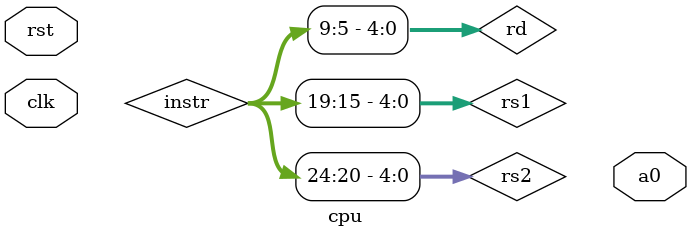
<source format=sv>
module cpu #(
    parameter A_WIDTH = 32,
              D_WIDTH = 32
)(
    //interface signals
    input logic clk, 
    input logic rst, 
    output logic a0
);

    //connecting wires
logic [A_WIDTH-1:0] PC; 
logic [A_WIDTH-1:0] instr; 
logic PCsrc;
logic [2:0] ALUctrl; 
logic ALUsrc; 
logic EQ; 
logic regwrite; 
logic [11:0] Immsrc; 
logic [31:0] Immop; 
logic [4:0] rs1; 
logic [4:0] rs2; 
logic [4:0] rd; 


assign rs1 = instr[19:15];
assign rs2 = instr[24:20];
assign rd = instr[11:5]; 

InstrMem memory(
    .addr (PC),
    .instr (instr), 
    .clk (clk),
    .reset (rst)
);

SignEx immext(
    .ImmOp (Immop), 
    .ImmSrc (Immsrc),
    .instr(instr)
);

toppc pc (
    .clk (clk), 
    .rst (rst),
    .PC (PC),  
    .PCsrc (PCsrc),
    .ImmOp (Immop)
);

ControlUnit controlunit (
    .PCsrc (PCsrc), 
    .RegWrite (regwrite), 
    .ALUctrl (dout1),
    .ALUsrc (dout2), 
    .ImmSrc (Immsrc), 
    .EQ (EQ), 
    .instr (instr)
);

ALU alublock(
    .AD1 (rs1), 
    .AD2 (rs2), 
    .AD3 (rd),
    .WE3 (regwrite),
    .clk (clk), 
    .EQ (EQ), 
    .ALUctrl (ALUctrl),
    .ALUsrc (ALUsrc),
);

endmodule





</source>
